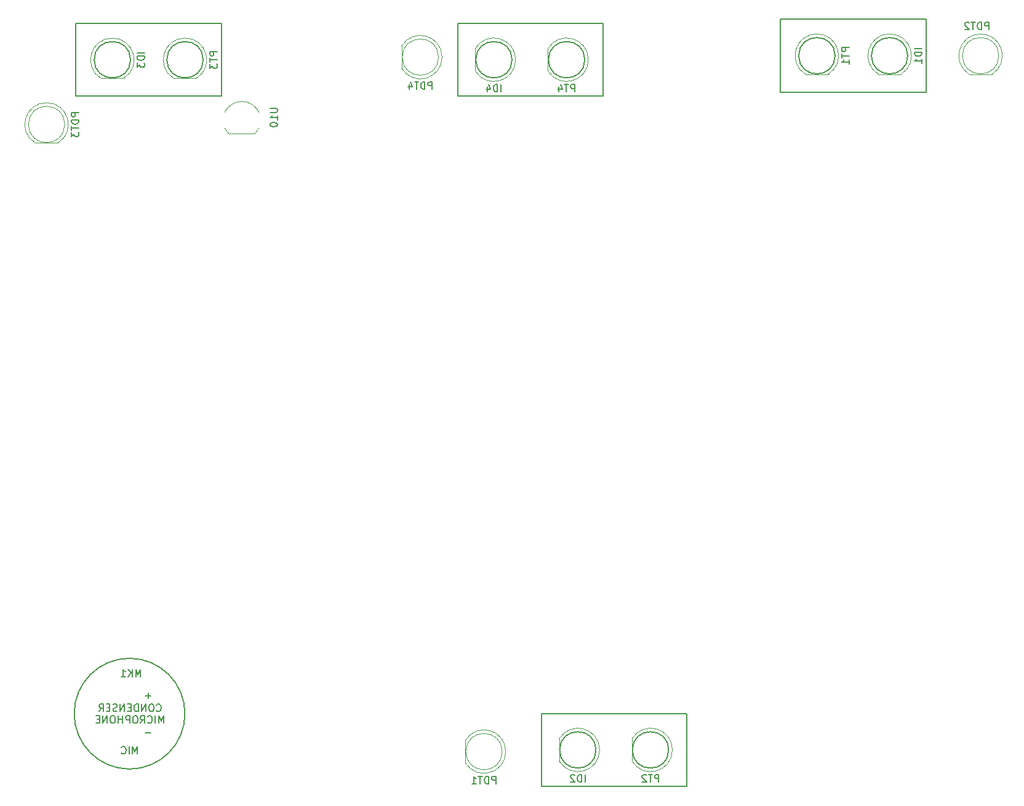
<source format=gbr>
%TF.GenerationSoftware,KiCad,Pcbnew,7.0.11+dfsg-1build4*%
%TF.CreationDate,2025-02-02T21:03:24-06:00*%
%TF.ProjectId,ControlBoard,436f6e74-726f-46c4-926f-6172642e6b69,rev?*%
%TF.SameCoordinates,Original*%
%TF.FileFunction,Legend,Bot*%
%TF.FilePolarity,Positive*%
%FSLAX46Y46*%
G04 Gerber Fmt 4.6, Leading zero omitted, Abs format (unit mm)*
G04 Created by KiCad (PCBNEW 7.0.11+dfsg-1build4) date 2025-02-02 21:03:24*
%MOMM*%
%LPD*%
G01*
G04 APERTURE LIST*
%ADD10C,0.150000*%
%ADD11C,0.120000*%
G04 APERTURE END LIST*
D10*
X74582857Y-134584580D02*
X74630476Y-134632200D01*
X74630476Y-134632200D02*
X74773333Y-134679819D01*
X74773333Y-134679819D02*
X74868571Y-134679819D01*
X74868571Y-134679819D02*
X75011428Y-134632200D01*
X75011428Y-134632200D02*
X75106666Y-134536961D01*
X75106666Y-134536961D02*
X75154285Y-134441723D01*
X75154285Y-134441723D02*
X75201904Y-134251247D01*
X75201904Y-134251247D02*
X75201904Y-134108390D01*
X75201904Y-134108390D02*
X75154285Y-133917914D01*
X75154285Y-133917914D02*
X75106666Y-133822676D01*
X75106666Y-133822676D02*
X75011428Y-133727438D01*
X75011428Y-133727438D02*
X74868571Y-133679819D01*
X74868571Y-133679819D02*
X74773333Y-133679819D01*
X74773333Y-133679819D02*
X74630476Y-133727438D01*
X74630476Y-133727438D02*
X74582857Y-133775057D01*
X73963809Y-133679819D02*
X73773333Y-133679819D01*
X73773333Y-133679819D02*
X73678095Y-133727438D01*
X73678095Y-133727438D02*
X73582857Y-133822676D01*
X73582857Y-133822676D02*
X73535238Y-134013152D01*
X73535238Y-134013152D02*
X73535238Y-134346485D01*
X73535238Y-134346485D02*
X73582857Y-134536961D01*
X73582857Y-134536961D02*
X73678095Y-134632200D01*
X73678095Y-134632200D02*
X73773333Y-134679819D01*
X73773333Y-134679819D02*
X73963809Y-134679819D01*
X73963809Y-134679819D02*
X74059047Y-134632200D01*
X74059047Y-134632200D02*
X74154285Y-134536961D01*
X74154285Y-134536961D02*
X74201904Y-134346485D01*
X74201904Y-134346485D02*
X74201904Y-134013152D01*
X74201904Y-134013152D02*
X74154285Y-133822676D01*
X74154285Y-133822676D02*
X74059047Y-133727438D01*
X74059047Y-133727438D02*
X73963809Y-133679819D01*
X73106666Y-134679819D02*
X73106666Y-133679819D01*
X73106666Y-133679819D02*
X72535238Y-134679819D01*
X72535238Y-134679819D02*
X72535238Y-133679819D01*
X72059047Y-134679819D02*
X72059047Y-133679819D01*
X72059047Y-133679819D02*
X71820952Y-133679819D01*
X71820952Y-133679819D02*
X71678095Y-133727438D01*
X71678095Y-133727438D02*
X71582857Y-133822676D01*
X71582857Y-133822676D02*
X71535238Y-133917914D01*
X71535238Y-133917914D02*
X71487619Y-134108390D01*
X71487619Y-134108390D02*
X71487619Y-134251247D01*
X71487619Y-134251247D02*
X71535238Y-134441723D01*
X71535238Y-134441723D02*
X71582857Y-134536961D01*
X71582857Y-134536961D02*
X71678095Y-134632200D01*
X71678095Y-134632200D02*
X71820952Y-134679819D01*
X71820952Y-134679819D02*
X72059047Y-134679819D01*
X71059047Y-134156009D02*
X70725714Y-134156009D01*
X70582857Y-134679819D02*
X71059047Y-134679819D01*
X71059047Y-134679819D02*
X71059047Y-133679819D01*
X71059047Y-133679819D02*
X70582857Y-133679819D01*
X70154285Y-134679819D02*
X70154285Y-133679819D01*
X70154285Y-133679819D02*
X69582857Y-134679819D01*
X69582857Y-134679819D02*
X69582857Y-133679819D01*
X69154285Y-134632200D02*
X69011428Y-134679819D01*
X69011428Y-134679819D02*
X68773333Y-134679819D01*
X68773333Y-134679819D02*
X68678095Y-134632200D01*
X68678095Y-134632200D02*
X68630476Y-134584580D01*
X68630476Y-134584580D02*
X68582857Y-134489342D01*
X68582857Y-134489342D02*
X68582857Y-134394104D01*
X68582857Y-134394104D02*
X68630476Y-134298866D01*
X68630476Y-134298866D02*
X68678095Y-134251247D01*
X68678095Y-134251247D02*
X68773333Y-134203628D01*
X68773333Y-134203628D02*
X68963809Y-134156009D01*
X68963809Y-134156009D02*
X69059047Y-134108390D01*
X69059047Y-134108390D02*
X69106666Y-134060771D01*
X69106666Y-134060771D02*
X69154285Y-133965533D01*
X69154285Y-133965533D02*
X69154285Y-133870295D01*
X69154285Y-133870295D02*
X69106666Y-133775057D01*
X69106666Y-133775057D02*
X69059047Y-133727438D01*
X69059047Y-133727438D02*
X68963809Y-133679819D01*
X68963809Y-133679819D02*
X68725714Y-133679819D01*
X68725714Y-133679819D02*
X68582857Y-133727438D01*
X68154285Y-134156009D02*
X67820952Y-134156009D01*
X67678095Y-134679819D02*
X68154285Y-134679819D01*
X68154285Y-134679819D02*
X68154285Y-133679819D01*
X68154285Y-133679819D02*
X67678095Y-133679819D01*
X66678095Y-134679819D02*
X67011428Y-134203628D01*
X67249523Y-134679819D02*
X67249523Y-133679819D01*
X67249523Y-133679819D02*
X66868571Y-133679819D01*
X66868571Y-133679819D02*
X66773333Y-133727438D01*
X66773333Y-133727438D02*
X66725714Y-133775057D01*
X66725714Y-133775057D02*
X66678095Y-133870295D01*
X66678095Y-133870295D02*
X66678095Y-134013152D01*
X66678095Y-134013152D02*
X66725714Y-134108390D01*
X66725714Y-134108390D02*
X66773333Y-134156009D01*
X66773333Y-134156009D02*
X66868571Y-134203628D01*
X66868571Y-134203628D02*
X67249523Y-134203628D01*
X75559046Y-136289819D02*
X75559046Y-135289819D01*
X75559046Y-135289819D02*
X75225713Y-136004104D01*
X75225713Y-136004104D02*
X74892380Y-135289819D01*
X74892380Y-135289819D02*
X74892380Y-136289819D01*
X74416189Y-136289819D02*
X74416189Y-135289819D01*
X73368571Y-136194580D02*
X73416190Y-136242200D01*
X73416190Y-136242200D02*
X73559047Y-136289819D01*
X73559047Y-136289819D02*
X73654285Y-136289819D01*
X73654285Y-136289819D02*
X73797142Y-136242200D01*
X73797142Y-136242200D02*
X73892380Y-136146961D01*
X73892380Y-136146961D02*
X73939999Y-136051723D01*
X73939999Y-136051723D02*
X73987618Y-135861247D01*
X73987618Y-135861247D02*
X73987618Y-135718390D01*
X73987618Y-135718390D02*
X73939999Y-135527914D01*
X73939999Y-135527914D02*
X73892380Y-135432676D01*
X73892380Y-135432676D02*
X73797142Y-135337438D01*
X73797142Y-135337438D02*
X73654285Y-135289819D01*
X73654285Y-135289819D02*
X73559047Y-135289819D01*
X73559047Y-135289819D02*
X73416190Y-135337438D01*
X73416190Y-135337438D02*
X73368571Y-135385057D01*
X72368571Y-136289819D02*
X72701904Y-135813628D01*
X72939999Y-136289819D02*
X72939999Y-135289819D01*
X72939999Y-135289819D02*
X72559047Y-135289819D01*
X72559047Y-135289819D02*
X72463809Y-135337438D01*
X72463809Y-135337438D02*
X72416190Y-135385057D01*
X72416190Y-135385057D02*
X72368571Y-135480295D01*
X72368571Y-135480295D02*
X72368571Y-135623152D01*
X72368571Y-135623152D02*
X72416190Y-135718390D01*
X72416190Y-135718390D02*
X72463809Y-135766009D01*
X72463809Y-135766009D02*
X72559047Y-135813628D01*
X72559047Y-135813628D02*
X72939999Y-135813628D01*
X71749523Y-135289819D02*
X71559047Y-135289819D01*
X71559047Y-135289819D02*
X71463809Y-135337438D01*
X71463809Y-135337438D02*
X71368571Y-135432676D01*
X71368571Y-135432676D02*
X71320952Y-135623152D01*
X71320952Y-135623152D02*
X71320952Y-135956485D01*
X71320952Y-135956485D02*
X71368571Y-136146961D01*
X71368571Y-136146961D02*
X71463809Y-136242200D01*
X71463809Y-136242200D02*
X71559047Y-136289819D01*
X71559047Y-136289819D02*
X71749523Y-136289819D01*
X71749523Y-136289819D02*
X71844761Y-136242200D01*
X71844761Y-136242200D02*
X71939999Y-136146961D01*
X71939999Y-136146961D02*
X71987618Y-135956485D01*
X71987618Y-135956485D02*
X71987618Y-135623152D01*
X71987618Y-135623152D02*
X71939999Y-135432676D01*
X71939999Y-135432676D02*
X71844761Y-135337438D01*
X71844761Y-135337438D02*
X71749523Y-135289819D01*
X70892380Y-136289819D02*
X70892380Y-135289819D01*
X70892380Y-135289819D02*
X70511428Y-135289819D01*
X70511428Y-135289819D02*
X70416190Y-135337438D01*
X70416190Y-135337438D02*
X70368571Y-135385057D01*
X70368571Y-135385057D02*
X70320952Y-135480295D01*
X70320952Y-135480295D02*
X70320952Y-135623152D01*
X70320952Y-135623152D02*
X70368571Y-135718390D01*
X70368571Y-135718390D02*
X70416190Y-135766009D01*
X70416190Y-135766009D02*
X70511428Y-135813628D01*
X70511428Y-135813628D02*
X70892380Y-135813628D01*
X69892380Y-136289819D02*
X69892380Y-135289819D01*
X69892380Y-135766009D02*
X69320952Y-135766009D01*
X69320952Y-136289819D02*
X69320952Y-135289819D01*
X68654285Y-135289819D02*
X68463809Y-135289819D01*
X68463809Y-135289819D02*
X68368571Y-135337438D01*
X68368571Y-135337438D02*
X68273333Y-135432676D01*
X68273333Y-135432676D02*
X68225714Y-135623152D01*
X68225714Y-135623152D02*
X68225714Y-135956485D01*
X68225714Y-135956485D02*
X68273333Y-136146961D01*
X68273333Y-136146961D02*
X68368571Y-136242200D01*
X68368571Y-136242200D02*
X68463809Y-136289819D01*
X68463809Y-136289819D02*
X68654285Y-136289819D01*
X68654285Y-136289819D02*
X68749523Y-136242200D01*
X68749523Y-136242200D02*
X68844761Y-136146961D01*
X68844761Y-136146961D02*
X68892380Y-135956485D01*
X68892380Y-135956485D02*
X68892380Y-135623152D01*
X68892380Y-135623152D02*
X68844761Y-135432676D01*
X68844761Y-135432676D02*
X68749523Y-135337438D01*
X68749523Y-135337438D02*
X68654285Y-135289819D01*
X67797142Y-136289819D02*
X67797142Y-135289819D01*
X67797142Y-135289819D02*
X67225714Y-136289819D01*
X67225714Y-136289819D02*
X67225714Y-135289819D01*
X66749523Y-135766009D02*
X66416190Y-135766009D01*
X66273333Y-136289819D02*
X66749523Y-136289819D01*
X66749523Y-136289819D02*
X66749523Y-135289819D01*
X66749523Y-135289819D02*
X66273333Y-135289819D01*
X179864819Y-43463810D02*
X178864819Y-43463810D01*
X179864819Y-43940000D02*
X178864819Y-43940000D01*
X178864819Y-43940000D02*
X178864819Y-44178095D01*
X178864819Y-44178095D02*
X178912438Y-44320952D01*
X178912438Y-44320952D02*
X179007676Y-44416190D01*
X179007676Y-44416190D02*
X179102914Y-44463809D01*
X179102914Y-44463809D02*
X179293390Y-44511428D01*
X179293390Y-44511428D02*
X179436247Y-44511428D01*
X179436247Y-44511428D02*
X179626723Y-44463809D01*
X179626723Y-44463809D02*
X179721961Y-44416190D01*
X179721961Y-44416190D02*
X179817200Y-44320952D01*
X179817200Y-44320952D02*
X179864819Y-44178095D01*
X179864819Y-44178095D02*
X179864819Y-43940000D01*
X179864819Y-45463809D02*
X179864819Y-44892381D01*
X179864819Y-45178095D02*
X178864819Y-45178095D01*
X178864819Y-45178095D02*
X179007676Y-45082857D01*
X179007676Y-45082857D02*
X179102914Y-44987619D01*
X179102914Y-44987619D02*
X179150533Y-44892381D01*
X133526189Y-144394819D02*
X133526189Y-143394819D01*
X133049999Y-144394819D02*
X133049999Y-143394819D01*
X133049999Y-143394819D02*
X132811904Y-143394819D01*
X132811904Y-143394819D02*
X132669047Y-143442438D01*
X132669047Y-143442438D02*
X132573809Y-143537676D01*
X132573809Y-143537676D02*
X132526190Y-143632914D01*
X132526190Y-143632914D02*
X132478571Y-143823390D01*
X132478571Y-143823390D02*
X132478571Y-143966247D01*
X132478571Y-143966247D02*
X132526190Y-144156723D01*
X132526190Y-144156723D02*
X132573809Y-144251961D01*
X132573809Y-144251961D02*
X132669047Y-144347200D01*
X132669047Y-144347200D02*
X132811904Y-144394819D01*
X132811904Y-144394819D02*
X133049999Y-144394819D01*
X132097618Y-143490057D02*
X132049999Y-143442438D01*
X132049999Y-143442438D02*
X131954761Y-143394819D01*
X131954761Y-143394819D02*
X131716666Y-143394819D01*
X131716666Y-143394819D02*
X131621428Y-143442438D01*
X131621428Y-143442438D02*
X131573809Y-143490057D01*
X131573809Y-143490057D02*
X131526190Y-143585295D01*
X131526190Y-143585295D02*
X131526190Y-143680533D01*
X131526190Y-143680533D02*
X131573809Y-143823390D01*
X131573809Y-143823390D02*
X132145237Y-144394819D01*
X132145237Y-144394819D02*
X131526190Y-144394819D01*
X72914819Y-44033810D02*
X71914819Y-44033810D01*
X72914819Y-44510000D02*
X71914819Y-44510000D01*
X71914819Y-44510000D02*
X71914819Y-44748095D01*
X71914819Y-44748095D02*
X71962438Y-44890952D01*
X71962438Y-44890952D02*
X72057676Y-44986190D01*
X72057676Y-44986190D02*
X72152914Y-45033809D01*
X72152914Y-45033809D02*
X72343390Y-45081428D01*
X72343390Y-45081428D02*
X72486247Y-45081428D01*
X72486247Y-45081428D02*
X72676723Y-45033809D01*
X72676723Y-45033809D02*
X72771961Y-44986190D01*
X72771961Y-44986190D02*
X72867200Y-44890952D01*
X72867200Y-44890952D02*
X72914819Y-44748095D01*
X72914819Y-44748095D02*
X72914819Y-44510000D01*
X71914819Y-45414762D02*
X71914819Y-46033809D01*
X71914819Y-46033809D02*
X72295771Y-45700476D01*
X72295771Y-45700476D02*
X72295771Y-45843333D01*
X72295771Y-45843333D02*
X72343390Y-45938571D01*
X72343390Y-45938571D02*
X72391009Y-45986190D01*
X72391009Y-45986190D02*
X72486247Y-46033809D01*
X72486247Y-46033809D02*
X72724342Y-46033809D01*
X72724342Y-46033809D02*
X72819580Y-45986190D01*
X72819580Y-45986190D02*
X72867200Y-45938571D01*
X72867200Y-45938571D02*
X72914819Y-45843333D01*
X72914819Y-45843333D02*
X72914819Y-45557619D01*
X72914819Y-45557619D02*
X72867200Y-45462381D01*
X72867200Y-45462381D02*
X72819580Y-45414762D01*
X121966189Y-49414819D02*
X121966189Y-48414819D01*
X121489999Y-49414819D02*
X121489999Y-48414819D01*
X121489999Y-48414819D02*
X121251904Y-48414819D01*
X121251904Y-48414819D02*
X121109047Y-48462438D01*
X121109047Y-48462438D02*
X121013809Y-48557676D01*
X121013809Y-48557676D02*
X120966190Y-48652914D01*
X120966190Y-48652914D02*
X120918571Y-48843390D01*
X120918571Y-48843390D02*
X120918571Y-48986247D01*
X120918571Y-48986247D02*
X120966190Y-49176723D01*
X120966190Y-49176723D02*
X121013809Y-49271961D01*
X121013809Y-49271961D02*
X121109047Y-49367200D01*
X121109047Y-49367200D02*
X121251904Y-49414819D01*
X121251904Y-49414819D02*
X121489999Y-49414819D01*
X120061428Y-48748152D02*
X120061428Y-49414819D01*
X120299523Y-48367200D02*
X120537618Y-49081485D01*
X120537618Y-49081485D02*
X119918571Y-49081485D01*
X72381523Y-129932819D02*
X72381523Y-128932819D01*
X72381523Y-128932819D02*
X72048190Y-129647104D01*
X72048190Y-129647104D02*
X71714857Y-128932819D01*
X71714857Y-128932819D02*
X71714857Y-129932819D01*
X71238666Y-129932819D02*
X71238666Y-128932819D01*
X70667238Y-129932819D02*
X71095809Y-129361390D01*
X70667238Y-128932819D02*
X71238666Y-129504247D01*
X69714857Y-129932819D02*
X70286285Y-129932819D01*
X70000571Y-129932819D02*
X70000571Y-128932819D01*
X70000571Y-128932819D02*
X70095809Y-129075676D01*
X70095809Y-129075676D02*
X70191047Y-129170914D01*
X70191047Y-129170914D02*
X70286285Y-129218533D01*
X73790951Y-132523866D02*
X73029047Y-132523866D01*
X73409999Y-132904819D02*
X73409999Y-132142914D01*
X73790951Y-137603866D02*
X73029047Y-137603866D01*
X71941427Y-140524819D02*
X71941427Y-139524819D01*
X71941427Y-139524819D02*
X71608094Y-140239104D01*
X71608094Y-140239104D02*
X71274761Y-139524819D01*
X71274761Y-139524819D02*
X71274761Y-140524819D01*
X70798570Y-140524819D02*
X70798570Y-139524819D01*
X69750952Y-140429580D02*
X69798571Y-140477200D01*
X69798571Y-140477200D02*
X69941428Y-140524819D01*
X69941428Y-140524819D02*
X70036666Y-140524819D01*
X70036666Y-140524819D02*
X70179523Y-140477200D01*
X70179523Y-140477200D02*
X70274761Y-140381961D01*
X70274761Y-140381961D02*
X70322380Y-140286723D01*
X70322380Y-140286723D02*
X70369999Y-140096247D01*
X70369999Y-140096247D02*
X70369999Y-139953390D01*
X70369999Y-139953390D02*
X70322380Y-139762914D01*
X70322380Y-139762914D02*
X70274761Y-139667676D01*
X70274761Y-139667676D02*
X70179523Y-139572438D01*
X70179523Y-139572438D02*
X70036666Y-139524819D01*
X70036666Y-139524819D02*
X69941428Y-139524819D01*
X69941428Y-139524819D02*
X69798571Y-139572438D01*
X69798571Y-139572438D02*
X69750952Y-139620057D01*
X121253047Y-144622819D02*
X121253047Y-143622819D01*
X121253047Y-143622819D02*
X120872095Y-143622819D01*
X120872095Y-143622819D02*
X120776857Y-143670438D01*
X120776857Y-143670438D02*
X120729238Y-143718057D01*
X120729238Y-143718057D02*
X120681619Y-143813295D01*
X120681619Y-143813295D02*
X120681619Y-143956152D01*
X120681619Y-143956152D02*
X120729238Y-144051390D01*
X120729238Y-144051390D02*
X120776857Y-144099009D01*
X120776857Y-144099009D02*
X120872095Y-144146628D01*
X120872095Y-144146628D02*
X121253047Y-144146628D01*
X120253047Y-144622819D02*
X120253047Y-143622819D01*
X120253047Y-143622819D02*
X120014952Y-143622819D01*
X120014952Y-143622819D02*
X119872095Y-143670438D01*
X119872095Y-143670438D02*
X119776857Y-143765676D01*
X119776857Y-143765676D02*
X119729238Y-143860914D01*
X119729238Y-143860914D02*
X119681619Y-144051390D01*
X119681619Y-144051390D02*
X119681619Y-144194247D01*
X119681619Y-144194247D02*
X119729238Y-144384723D01*
X119729238Y-144384723D02*
X119776857Y-144479961D01*
X119776857Y-144479961D02*
X119872095Y-144575200D01*
X119872095Y-144575200D02*
X120014952Y-144622819D01*
X120014952Y-144622819D02*
X120253047Y-144622819D01*
X119395904Y-143622819D02*
X118824476Y-143622819D01*
X119110190Y-144622819D02*
X119110190Y-143622819D01*
X117967333Y-144622819D02*
X118538761Y-144622819D01*
X118253047Y-144622819D02*
X118253047Y-143622819D01*
X118253047Y-143622819D02*
X118348285Y-143765676D01*
X118348285Y-143765676D02*
X118443523Y-143860914D01*
X118443523Y-143860914D02*
X118538761Y-143908533D01*
X189071047Y-40840819D02*
X189071047Y-39840819D01*
X189071047Y-39840819D02*
X188690095Y-39840819D01*
X188690095Y-39840819D02*
X188594857Y-39888438D01*
X188594857Y-39888438D02*
X188547238Y-39936057D01*
X188547238Y-39936057D02*
X188499619Y-40031295D01*
X188499619Y-40031295D02*
X188499619Y-40174152D01*
X188499619Y-40174152D02*
X188547238Y-40269390D01*
X188547238Y-40269390D02*
X188594857Y-40317009D01*
X188594857Y-40317009D02*
X188690095Y-40364628D01*
X188690095Y-40364628D02*
X189071047Y-40364628D01*
X188071047Y-40840819D02*
X188071047Y-39840819D01*
X188071047Y-39840819D02*
X187832952Y-39840819D01*
X187832952Y-39840819D02*
X187690095Y-39888438D01*
X187690095Y-39888438D02*
X187594857Y-39983676D01*
X187594857Y-39983676D02*
X187547238Y-40078914D01*
X187547238Y-40078914D02*
X187499619Y-40269390D01*
X187499619Y-40269390D02*
X187499619Y-40412247D01*
X187499619Y-40412247D02*
X187547238Y-40602723D01*
X187547238Y-40602723D02*
X187594857Y-40697961D01*
X187594857Y-40697961D02*
X187690095Y-40793200D01*
X187690095Y-40793200D02*
X187832952Y-40840819D01*
X187832952Y-40840819D02*
X188071047Y-40840819D01*
X187213904Y-39840819D02*
X186642476Y-39840819D01*
X186928190Y-40840819D02*
X186928190Y-39840819D01*
X186356761Y-39936057D02*
X186309142Y-39888438D01*
X186309142Y-39888438D02*
X186213904Y-39840819D01*
X186213904Y-39840819D02*
X185975809Y-39840819D01*
X185975809Y-39840819D02*
X185880571Y-39888438D01*
X185880571Y-39888438D02*
X185832952Y-39936057D01*
X185832952Y-39936057D02*
X185785333Y-40031295D01*
X185785333Y-40031295D02*
X185785333Y-40126533D01*
X185785333Y-40126533D02*
X185832952Y-40269390D01*
X185832952Y-40269390D02*
X186404380Y-40840819D01*
X186404380Y-40840819D02*
X185785333Y-40840819D01*
X63864819Y-52285952D02*
X62864819Y-52285952D01*
X62864819Y-52285952D02*
X62864819Y-52666904D01*
X62864819Y-52666904D02*
X62912438Y-52762142D01*
X62912438Y-52762142D02*
X62960057Y-52809761D01*
X62960057Y-52809761D02*
X63055295Y-52857380D01*
X63055295Y-52857380D02*
X63198152Y-52857380D01*
X63198152Y-52857380D02*
X63293390Y-52809761D01*
X63293390Y-52809761D02*
X63341009Y-52762142D01*
X63341009Y-52762142D02*
X63388628Y-52666904D01*
X63388628Y-52666904D02*
X63388628Y-52285952D01*
X63864819Y-53285952D02*
X62864819Y-53285952D01*
X62864819Y-53285952D02*
X62864819Y-53524047D01*
X62864819Y-53524047D02*
X62912438Y-53666904D01*
X62912438Y-53666904D02*
X63007676Y-53762142D01*
X63007676Y-53762142D02*
X63102914Y-53809761D01*
X63102914Y-53809761D02*
X63293390Y-53857380D01*
X63293390Y-53857380D02*
X63436247Y-53857380D01*
X63436247Y-53857380D02*
X63626723Y-53809761D01*
X63626723Y-53809761D02*
X63721961Y-53762142D01*
X63721961Y-53762142D02*
X63817200Y-53666904D01*
X63817200Y-53666904D02*
X63864819Y-53524047D01*
X63864819Y-53524047D02*
X63864819Y-53285952D01*
X62864819Y-54143095D02*
X62864819Y-54714523D01*
X63864819Y-54428809D02*
X62864819Y-54428809D01*
X62864819Y-54952619D02*
X62864819Y-55571666D01*
X62864819Y-55571666D02*
X63245771Y-55238333D01*
X63245771Y-55238333D02*
X63245771Y-55381190D01*
X63245771Y-55381190D02*
X63293390Y-55476428D01*
X63293390Y-55476428D02*
X63341009Y-55524047D01*
X63341009Y-55524047D02*
X63436247Y-55571666D01*
X63436247Y-55571666D02*
X63674342Y-55571666D01*
X63674342Y-55571666D02*
X63769580Y-55524047D01*
X63769580Y-55524047D02*
X63817200Y-55476428D01*
X63817200Y-55476428D02*
X63864819Y-55381190D01*
X63864819Y-55381190D02*
X63864819Y-55095476D01*
X63864819Y-55095476D02*
X63817200Y-55000238D01*
X63817200Y-55000238D02*
X63769580Y-54952619D01*
X112499047Y-49064819D02*
X112499047Y-48064819D01*
X112499047Y-48064819D02*
X112118095Y-48064819D01*
X112118095Y-48064819D02*
X112022857Y-48112438D01*
X112022857Y-48112438D02*
X111975238Y-48160057D01*
X111975238Y-48160057D02*
X111927619Y-48255295D01*
X111927619Y-48255295D02*
X111927619Y-48398152D01*
X111927619Y-48398152D02*
X111975238Y-48493390D01*
X111975238Y-48493390D02*
X112022857Y-48541009D01*
X112022857Y-48541009D02*
X112118095Y-48588628D01*
X112118095Y-48588628D02*
X112499047Y-48588628D01*
X111499047Y-49064819D02*
X111499047Y-48064819D01*
X111499047Y-48064819D02*
X111260952Y-48064819D01*
X111260952Y-48064819D02*
X111118095Y-48112438D01*
X111118095Y-48112438D02*
X111022857Y-48207676D01*
X111022857Y-48207676D02*
X110975238Y-48302914D01*
X110975238Y-48302914D02*
X110927619Y-48493390D01*
X110927619Y-48493390D02*
X110927619Y-48636247D01*
X110927619Y-48636247D02*
X110975238Y-48826723D01*
X110975238Y-48826723D02*
X111022857Y-48921961D01*
X111022857Y-48921961D02*
X111118095Y-49017200D01*
X111118095Y-49017200D02*
X111260952Y-49064819D01*
X111260952Y-49064819D02*
X111499047Y-49064819D01*
X110641904Y-48064819D02*
X110070476Y-48064819D01*
X110356190Y-49064819D02*
X110356190Y-48064819D01*
X109308571Y-48398152D02*
X109308571Y-49064819D01*
X109546666Y-48017200D02*
X109784761Y-48731485D01*
X109784761Y-48731485D02*
X109165714Y-48731485D01*
X169844819Y-43320952D02*
X168844819Y-43320952D01*
X168844819Y-43320952D02*
X168844819Y-43701904D01*
X168844819Y-43701904D02*
X168892438Y-43797142D01*
X168892438Y-43797142D02*
X168940057Y-43844761D01*
X168940057Y-43844761D02*
X169035295Y-43892380D01*
X169035295Y-43892380D02*
X169178152Y-43892380D01*
X169178152Y-43892380D02*
X169273390Y-43844761D01*
X169273390Y-43844761D02*
X169321009Y-43797142D01*
X169321009Y-43797142D02*
X169368628Y-43701904D01*
X169368628Y-43701904D02*
X169368628Y-43320952D01*
X168844819Y-44178095D02*
X168844819Y-44749523D01*
X169844819Y-44463809D02*
X168844819Y-44463809D01*
X169844819Y-45606666D02*
X169844819Y-45035238D01*
X169844819Y-45320952D02*
X168844819Y-45320952D01*
X168844819Y-45320952D02*
X168987676Y-45225714D01*
X168987676Y-45225714D02*
X169082914Y-45130476D01*
X169082914Y-45130476D02*
X169130533Y-45035238D01*
X143679047Y-144394819D02*
X143679047Y-143394819D01*
X143679047Y-143394819D02*
X143298095Y-143394819D01*
X143298095Y-143394819D02*
X143202857Y-143442438D01*
X143202857Y-143442438D02*
X143155238Y-143490057D01*
X143155238Y-143490057D02*
X143107619Y-143585295D01*
X143107619Y-143585295D02*
X143107619Y-143728152D01*
X143107619Y-143728152D02*
X143155238Y-143823390D01*
X143155238Y-143823390D02*
X143202857Y-143871009D01*
X143202857Y-143871009D02*
X143298095Y-143918628D01*
X143298095Y-143918628D02*
X143679047Y-143918628D01*
X142821904Y-143394819D02*
X142250476Y-143394819D01*
X142536190Y-144394819D02*
X142536190Y-143394819D01*
X141964761Y-143490057D02*
X141917142Y-143442438D01*
X141917142Y-143442438D02*
X141821904Y-143394819D01*
X141821904Y-143394819D02*
X141583809Y-143394819D01*
X141583809Y-143394819D02*
X141488571Y-143442438D01*
X141488571Y-143442438D02*
X141440952Y-143490057D01*
X141440952Y-143490057D02*
X141393333Y-143585295D01*
X141393333Y-143585295D02*
X141393333Y-143680533D01*
X141393333Y-143680533D02*
X141440952Y-143823390D01*
X141440952Y-143823390D02*
X142012380Y-144394819D01*
X142012380Y-144394819D02*
X141393333Y-144394819D01*
X82914819Y-43890952D02*
X81914819Y-43890952D01*
X81914819Y-43890952D02*
X81914819Y-44271904D01*
X81914819Y-44271904D02*
X81962438Y-44367142D01*
X81962438Y-44367142D02*
X82010057Y-44414761D01*
X82010057Y-44414761D02*
X82105295Y-44462380D01*
X82105295Y-44462380D02*
X82248152Y-44462380D01*
X82248152Y-44462380D02*
X82343390Y-44414761D01*
X82343390Y-44414761D02*
X82391009Y-44367142D01*
X82391009Y-44367142D02*
X82438628Y-44271904D01*
X82438628Y-44271904D02*
X82438628Y-43890952D01*
X81914819Y-44748095D02*
X81914819Y-45319523D01*
X82914819Y-45033809D02*
X81914819Y-45033809D01*
X81914819Y-45557619D02*
X81914819Y-46176666D01*
X81914819Y-46176666D02*
X82295771Y-45843333D01*
X82295771Y-45843333D02*
X82295771Y-45986190D01*
X82295771Y-45986190D02*
X82343390Y-46081428D01*
X82343390Y-46081428D02*
X82391009Y-46129047D01*
X82391009Y-46129047D02*
X82486247Y-46176666D01*
X82486247Y-46176666D02*
X82724342Y-46176666D01*
X82724342Y-46176666D02*
X82819580Y-46129047D01*
X82819580Y-46129047D02*
X82867200Y-46081428D01*
X82867200Y-46081428D02*
X82914819Y-45986190D01*
X82914819Y-45986190D02*
X82914819Y-45700476D01*
X82914819Y-45700476D02*
X82867200Y-45605238D01*
X82867200Y-45605238D02*
X82819580Y-45557619D01*
X132119047Y-49414819D02*
X132119047Y-48414819D01*
X132119047Y-48414819D02*
X131738095Y-48414819D01*
X131738095Y-48414819D02*
X131642857Y-48462438D01*
X131642857Y-48462438D02*
X131595238Y-48510057D01*
X131595238Y-48510057D02*
X131547619Y-48605295D01*
X131547619Y-48605295D02*
X131547619Y-48748152D01*
X131547619Y-48748152D02*
X131595238Y-48843390D01*
X131595238Y-48843390D02*
X131642857Y-48891009D01*
X131642857Y-48891009D02*
X131738095Y-48938628D01*
X131738095Y-48938628D02*
X132119047Y-48938628D01*
X131261904Y-48414819D02*
X130690476Y-48414819D01*
X130976190Y-49414819D02*
X130976190Y-48414819D01*
X129928571Y-48748152D02*
X129928571Y-49414819D01*
X130166666Y-48367200D02*
X130404761Y-49081485D01*
X130404761Y-49081485D02*
X129785714Y-49081485D01*
X90204819Y-51681905D02*
X91014342Y-51681905D01*
X91014342Y-51681905D02*
X91109580Y-51729524D01*
X91109580Y-51729524D02*
X91157200Y-51777143D01*
X91157200Y-51777143D02*
X91204819Y-51872381D01*
X91204819Y-51872381D02*
X91204819Y-52062857D01*
X91204819Y-52062857D02*
X91157200Y-52158095D01*
X91157200Y-52158095D02*
X91109580Y-52205714D01*
X91109580Y-52205714D02*
X91014342Y-52253333D01*
X91014342Y-52253333D02*
X90204819Y-52253333D01*
X91204819Y-53253333D02*
X91204819Y-52681905D01*
X91204819Y-52967619D02*
X90204819Y-52967619D01*
X90204819Y-52967619D02*
X90347676Y-52872381D01*
X90347676Y-52872381D02*
X90442914Y-52777143D01*
X90442914Y-52777143D02*
X90490533Y-52681905D01*
X90204819Y-53872381D02*
X90204819Y-53967619D01*
X90204819Y-53967619D02*
X90252438Y-54062857D01*
X90252438Y-54062857D02*
X90300057Y-54110476D01*
X90300057Y-54110476D02*
X90395295Y-54158095D01*
X90395295Y-54158095D02*
X90585771Y-54205714D01*
X90585771Y-54205714D02*
X90823866Y-54205714D01*
X90823866Y-54205714D02*
X91014342Y-54158095D01*
X91014342Y-54158095D02*
X91109580Y-54110476D01*
X91109580Y-54110476D02*
X91157200Y-54062857D01*
X91157200Y-54062857D02*
X91204819Y-53967619D01*
X91204819Y-53967619D02*
X91204819Y-53872381D01*
X91204819Y-53872381D02*
X91157200Y-53777143D01*
X91157200Y-53777143D02*
X91109580Y-53729524D01*
X91109580Y-53729524D02*
X91014342Y-53681905D01*
X91014342Y-53681905D02*
X90823866Y-53634286D01*
X90823866Y-53634286D02*
X90585771Y-53634286D01*
X90585771Y-53634286D02*
X90395295Y-53681905D01*
X90395295Y-53681905D02*
X90300057Y-53729524D01*
X90300057Y-53729524D02*
X90252438Y-53777143D01*
X90252438Y-53777143D02*
X90204819Y-53872381D01*
D11*
%TO.C,ID1*%
X176994830Y-47000000D02*
G75*
G03*
X175449538Y-41450000I-1544830J2560000D01*
G01*
X175450462Y-41450001D02*
G75*
G03*
X173905170Y-46999999I-462J-2989999D01*
G01*
X177950000Y-44440000D02*
G75*
G03*
X172950000Y-44440000I-2500000J0D01*
G01*
X172950000Y-44440000D02*
G75*
G03*
X177950000Y-44440000I2500000J0D01*
G01*
X176995000Y-47000000D02*
X173905000Y-47000000D01*
%TO.C,ID2*%
X129990000Y-141524830D02*
G75*
G03*
X135540000Y-139979538I2560000J1544830D01*
G01*
X135539999Y-139980462D02*
G75*
G03*
X129990001Y-138435170I-2989999J462D01*
G01*
X135050000Y-139980000D02*
G75*
G03*
X130050000Y-139980000I-2500000J0D01*
G01*
X130050000Y-139980000D02*
G75*
G03*
X135050000Y-139980000I2500000J0D01*
G01*
X129990000Y-141525000D02*
X129990000Y-138435000D01*
%TO.C,ID3*%
X70044830Y-47570000D02*
G75*
G03*
X68499538Y-42020000I-1544830J2560000D01*
G01*
X68500462Y-42020001D02*
G75*
G03*
X66955170Y-47569999I-462J-2989999D01*
G01*
X71000000Y-45010000D02*
G75*
G03*
X66000000Y-45010000I-2500000J0D01*
G01*
X66000000Y-45010000D02*
G75*
G03*
X71000000Y-45010000I2500000J0D01*
G01*
X70045000Y-47570000D02*
X66955000Y-47570000D01*
%TO.C,ID4*%
X118430000Y-46544830D02*
G75*
G03*
X123980000Y-44999538I2560000J1544830D01*
G01*
X123979999Y-45000462D02*
G75*
G03*
X118430001Y-43455170I-2989999J462D01*
G01*
X123490000Y-45000000D02*
G75*
G03*
X118490000Y-45000000I-2500000J0D01*
G01*
X118490000Y-45000000D02*
G75*
G03*
X123490000Y-45000000I2500000J0D01*
G01*
X118430000Y-46545000D02*
X118430000Y-43455000D01*
D10*
%TO.C,MK1*%
X78490000Y-134990000D02*
G75*
G03*
X63250000Y-134990000I-7620000J0D01*
G01*
X63250000Y-134990000D02*
G75*
G03*
X78490000Y-134990000I7620000J0D01*
G01*
D11*
%TO.C,PDT1*%
X117074000Y-141752830D02*
G75*
G03*
X122624000Y-140207538I2560000J1544830D01*
G01*
X122623999Y-140208462D02*
G75*
G03*
X117074001Y-138663170I-2989999J462D01*
G01*
X122134000Y-140208000D02*
G75*
G03*
X117134000Y-140208000I-2500000J0D01*
G01*
X117134000Y-140208000D02*
G75*
G03*
X122134000Y-140208000I2500000J0D01*
G01*
X117074000Y-141753000D02*
X117074000Y-138663000D01*
%TO.C,PDT2*%
X189504830Y-47010000D02*
G75*
G03*
X187959538Y-41460000I-1544830J2560000D01*
G01*
X187960462Y-41460001D02*
G75*
G03*
X186415170Y-47009999I-462J-2989999D01*
G01*
X190460000Y-44450000D02*
G75*
G03*
X185460000Y-44450000I-2500000J0D01*
G01*
X185460000Y-44450000D02*
G75*
G03*
X190460000Y-44450000I2500000J0D01*
G01*
X189505000Y-47010000D02*
X186415000Y-47010000D01*
%TO.C,PDT3*%
X60994830Y-56465000D02*
G75*
G03*
X59449538Y-50915000I-1544830J2560000D01*
G01*
X59450462Y-50915001D02*
G75*
G03*
X57905170Y-56464999I-462J-2989999D01*
G01*
X61950000Y-53905000D02*
G75*
G03*
X56950000Y-53905000I-2500000J0D01*
G01*
X56950000Y-53905000D02*
G75*
G03*
X61950000Y-53905000I2500000J0D01*
G01*
X60995000Y-56465000D02*
X57905000Y-56465000D01*
%TO.C,PDT4*%
X108320000Y-46194830D02*
G75*
G03*
X113870000Y-44649538I2560000J1544830D01*
G01*
X113869999Y-44650462D02*
G75*
G03*
X108320001Y-43105170I-2989999J462D01*
G01*
X113380000Y-44650000D02*
G75*
G03*
X108380000Y-44650000I-2500000J0D01*
G01*
X108380000Y-44650000D02*
G75*
G03*
X113380000Y-44650000I2500000J0D01*
G01*
X108320000Y-46195000D02*
X108320000Y-43105000D01*
%TO.C,PT1*%
X166974830Y-47000000D02*
G75*
G03*
X165429538Y-41450000I-1544830J2560000D01*
G01*
X165430462Y-41450001D02*
G75*
G03*
X163885170Y-46999999I-462J-2989999D01*
G01*
X167930000Y-44440000D02*
G75*
G03*
X162930000Y-44440000I-2500000J0D01*
G01*
X162930000Y-44440000D02*
G75*
G03*
X167930000Y-44440000I2500000J0D01*
G01*
X166975000Y-47000000D02*
X163885000Y-47000000D01*
%TO.C,PT2*%
X140000000Y-141524830D02*
G75*
G03*
X145550000Y-139979538I2560000J1544830D01*
G01*
X145549999Y-139980462D02*
G75*
G03*
X140000001Y-138435170I-2989999J462D01*
G01*
X145060000Y-139980000D02*
G75*
G03*
X140060000Y-139980000I-2500000J0D01*
G01*
X140060000Y-139980000D02*
G75*
G03*
X145060000Y-139980000I2500000J0D01*
G01*
X140000000Y-141525000D02*
X140000000Y-138435000D01*
%TO.C,PT3*%
X80044830Y-47570000D02*
G75*
G03*
X78499538Y-42020000I-1544830J2560000D01*
G01*
X78500462Y-42020001D02*
G75*
G03*
X76955170Y-47569999I-462J-2989999D01*
G01*
X81000000Y-45010000D02*
G75*
G03*
X76000000Y-45010000I-2500000J0D01*
G01*
X76000000Y-45010000D02*
G75*
G03*
X81000000Y-45010000I2500000J0D01*
G01*
X80045000Y-47570000D02*
X76955000Y-47570000D01*
%TO.C,PT4*%
X128440000Y-46544830D02*
G75*
G03*
X133990000Y-44999538I2560000J1544830D01*
G01*
X133989999Y-45000462D02*
G75*
G03*
X128440001Y-43455170I-2989999J462D01*
G01*
X133500000Y-45000000D02*
G75*
G03*
X128500000Y-45000000I-2500000J0D01*
G01*
X128500000Y-45000000D02*
G75*
G03*
X133500000Y-45000000I2500000J0D01*
G01*
X128440000Y-46545000D02*
X128440000Y-43455000D01*
%TO.C,U10*%
X88110000Y-55190000D02*
X84510000Y-55190000D01*
X88109999Y-55189999D02*
G75*
G03*
X88634183Y-54462795I-1799999J1849999D01*
G01*
X88666400Y-52241193D02*
G75*
G03*
X86310000Y-50740000I-2356400J-1098807D01*
G01*
X86310000Y-50740001D02*
G75*
G03*
X83953601Y-52241193I0J-2599999D01*
G01*
X83985817Y-54462795D02*
G75*
G03*
X84510001Y-55189999I2324183J1122795D01*
G01*
D10*
%TO.C,J12*%
X160434000Y-44450000D02*
X160434000Y-49450000D01*
X160434000Y-49450000D02*
X180434000Y-49450000D01*
X180434000Y-49450000D02*
X180434000Y-39450000D01*
X180434000Y-39450000D02*
X160434000Y-39450000D01*
X160434000Y-39450000D02*
X160434000Y-44450000D01*
X177934000Y-44450000D02*
G75*
G03*
X172934000Y-44450000I-2500000J0D01*
G01*
X172934000Y-44450000D02*
G75*
G03*
X177934000Y-44450000I2500000J0D01*
G01*
X167934000Y-44450000D02*
G75*
G03*
X162934000Y-44450000I-2500000J0D01*
G01*
X162934000Y-44450000D02*
G75*
G03*
X167934000Y-44450000I2500000J0D01*
G01*
%TO.C,J13*%
X63500000Y-45000000D02*
X63500000Y-50000000D01*
X63500000Y-50000000D02*
X83500000Y-50000000D01*
X83500000Y-50000000D02*
X83500000Y-40000000D01*
X83500000Y-40000000D02*
X63500000Y-40000000D01*
X63500000Y-40000000D02*
X63500000Y-45000000D01*
X81000000Y-45000000D02*
G75*
G03*
X76000000Y-45000000I-2500000J0D01*
G01*
X76000000Y-45000000D02*
G75*
G03*
X81000000Y-45000000I2500000J0D01*
G01*
X71000000Y-45000000D02*
G75*
G03*
X66000000Y-45000000I-2500000J0D01*
G01*
X66000000Y-45000000D02*
G75*
G03*
X71000000Y-45000000I2500000J0D01*
G01*
%TO.C,J14*%
X116000000Y-45000000D02*
X116000000Y-50000000D01*
X116000000Y-50000000D02*
X136000000Y-50000000D01*
X136000000Y-50000000D02*
X136000000Y-40000000D01*
X136000000Y-40000000D02*
X116000000Y-40000000D01*
X116000000Y-40000000D02*
X116000000Y-45000000D01*
X133500000Y-45000000D02*
G75*
G03*
X128500000Y-45000000I-2500000J0D01*
G01*
X128500000Y-45000000D02*
G75*
G03*
X133500000Y-45000000I2500000J0D01*
G01*
X123500000Y-45000000D02*
G75*
G03*
X118500000Y-45000000I-2500000J0D01*
G01*
X118500000Y-45000000D02*
G75*
G03*
X123500000Y-45000000I2500000J0D01*
G01*
%TO.C,J15*%
X127540000Y-139980000D02*
X127540000Y-144980000D01*
X127540000Y-144980000D02*
X147540000Y-144980000D01*
X147540000Y-144980000D02*
X147540000Y-134980000D01*
X147540000Y-134980000D02*
X127540000Y-134980000D01*
X127540000Y-134980000D02*
X127540000Y-139980000D01*
X145040000Y-139980000D02*
G75*
G03*
X140040000Y-139980000I-2500000J0D01*
G01*
X140040000Y-139980000D02*
G75*
G03*
X145040000Y-139980000I2500000J0D01*
G01*
X135040000Y-139980000D02*
G75*
G03*
X130040000Y-139980000I-2500000J0D01*
G01*
X130040000Y-139980000D02*
G75*
G03*
X135040000Y-139980000I2500000J0D01*
G01*
%TD*%
M02*

</source>
